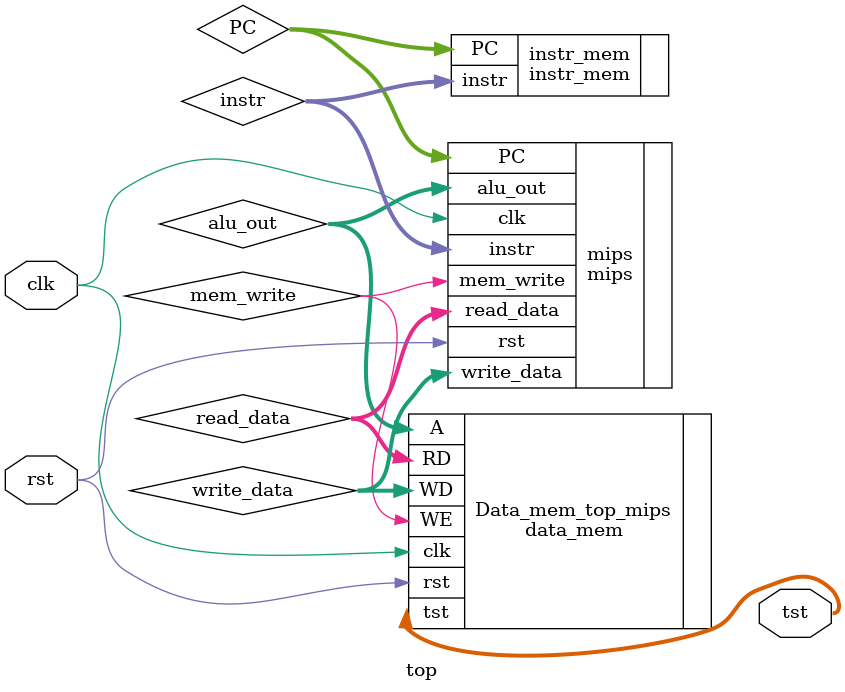
<source format=v>
`include "instr_mem.v"
`include "data_mem.v"
`include "reg_file.v"
`include "alu_dec.v"
`include "main_dec.v"
`include "controller.v"
`include "alu.v"
`include "mux.v"
`include "adder.v"
`include "sign_extend.v"
`include "shift_left_1.v"
`include "shift_left_2.v"
`include "register.v"
`include "data_path.v"
`include"mips.v"

module top(
    input clk, rst,
    output [31:0] tst
);
    
    wire mem_write;
    wire [31:0] alu_out;
    wire [31:0] write_data;
    wire [31:0] read_data;
    wire [31:0] PC;
    wire [31:0] instr;
    

    data_mem Data_mem_top_mips(
        .clk(clk), 
        .rst(rst), 
        .WE(mem_write),
        .A(alu_out),
        .WD(write_data),
        .RD(read_data),
        .tst(tst)
    );
    
    instr_mem  instr_mem(
        .PC(PC),
        .instr(instr)
    );
    
    mips mips(
        .clk(clk), 
        .rst(rst),
        .instr(instr),
        .read_data(read_data),
        .PC(PC),
        .write_data(write_data),
        .alu_out(alu_out),
        .mem_write(mem_write)
    );
    
    endmodule

</source>
